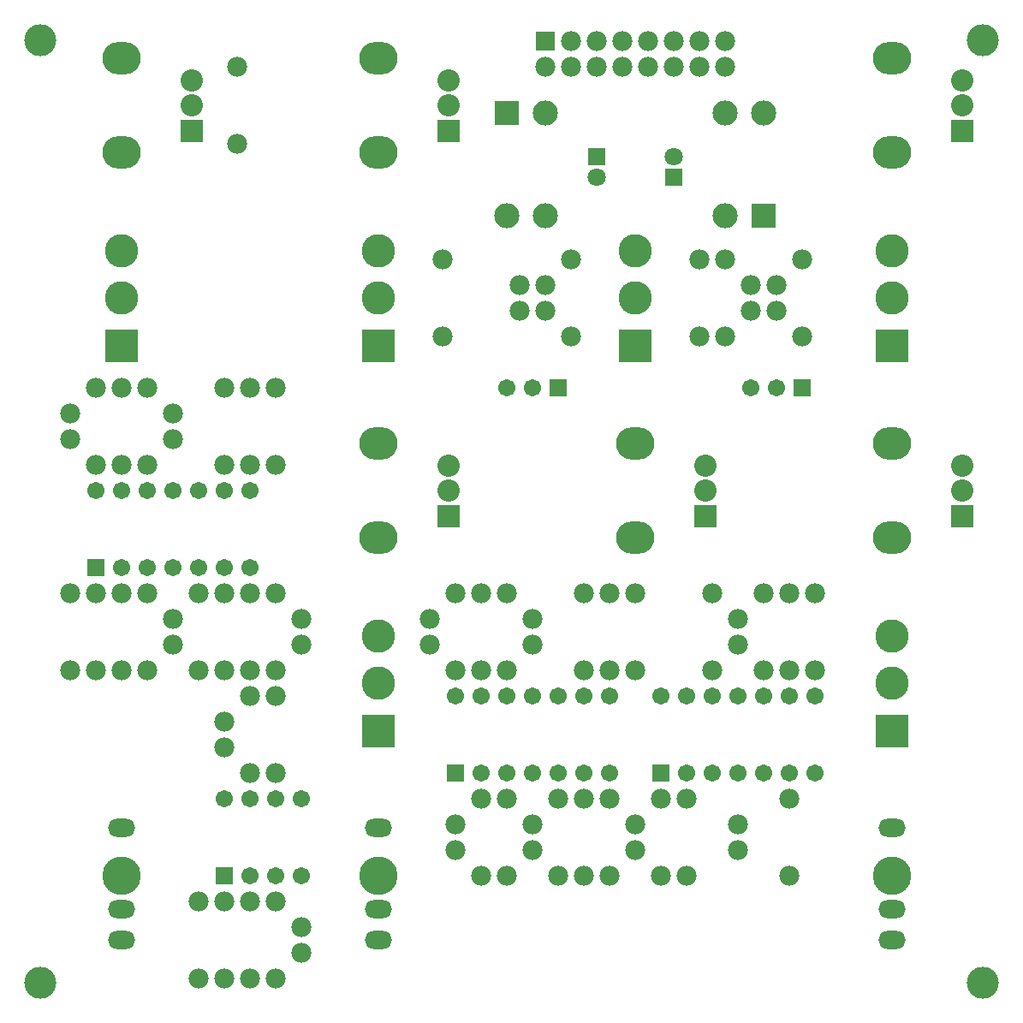
<source format=gbr>
G04 DipTrace 3.2.0.1*
G04 TopMask.gbr*
%MOIN*%
G04 #@! TF.FileFunction,Soldermask,Top*
G04 #@! TF.Part,Single*
%ADD36C,0.149606*%
%ADD37C,0.125*%
%ADD51C,0.130047*%
%ADD53R,0.130047X0.130047*%
%ADD55O,0.149732X0.12611*%
%ADD57R,0.08674X0.08674*%
%ADD59C,0.08674*%
%ADD61C,0.067055*%
%ADD63R,0.067055X0.067055*%
%ADD65O,0.106425X0.070992*%
%ADD67R,0.078X0.078*%
%ADD69C,0.098*%
%ADD71C,0.098*%
%ADD73R,0.098X0.098*%
%ADD75C,0.070992*%
%ADD77R,0.070992X0.070992*%
%ADD79C,0.078*%
%FSLAX26Y26*%
G04*
G70*
G90*
G75*
G01*
G04 TopMask*
%LPD*%
D79*
X1544000Y1844000D3*
Y1944000D3*
X2144000Y1044000D3*
Y1144000D3*
X644000Y2744000D3*
Y2644000D3*
X2844000Y1044000D3*
Y1144000D3*
X2044000Y1944000D3*
Y1844000D3*
X3394000Y3244000D3*
Y3144000D3*
X2494000Y3244000D3*
Y3144000D3*
X1044000Y2744000D3*
Y2644000D3*
X3294000Y3144000D3*
Y3244000D3*
X2394000Y3144000D3*
Y3244000D3*
X1044000Y1944000D3*
Y1844000D3*
X1544000Y644000D3*
Y744000D3*
X1244000Y1444000D3*
Y1544000D3*
X3244000Y1944000D3*
Y1844000D3*
X2444000Y1144000D3*
Y1044000D3*
Y1944000D3*
Y1844000D3*
X3244000Y1144000D3*
Y1044000D3*
D77*
X2994000Y3666000D3*
D75*
Y3744000D3*
D77*
X2694000D3*
D75*
Y3666000D3*
D73*
X3344000Y3516000D3*
D71*
Y3916000D3*
D73*
X2344000D3*
D71*
Y3516000D3*
D69*
X3194000D3*
Y3916000D3*
X2494000Y3516000D3*
Y3916000D3*
D79*
X2594000Y4194000D3*
X2694000D3*
X2794000D3*
X2894000D3*
X2994000D3*
X3094000D3*
X3194000D3*
Y4094000D3*
X3094000D3*
X2994000D3*
X2894000D3*
X2794000D3*
X2694000D3*
X2594000D3*
X2494000D3*
D67*
Y4194000D3*
D65*
X1844000Y1132976D3*
Y814079D3*
Y695969D3*
D36*
Y944000D3*
D65*
X3844000Y1132976D3*
Y814079D3*
Y695969D3*
D36*
Y944000D3*
D65*
X844000Y1132976D3*
Y814079D3*
Y695969D3*
D36*
Y944000D3*
D63*
X3494000Y2844000D3*
D61*
X3394000D3*
X3294000D3*
D63*
X2544000D3*
D61*
X2444000D3*
X2344000D3*
D79*
X844000Y2044000D3*
Y1744000D3*
X944000D3*
Y2044000D3*
X744000D3*
Y1744000D3*
X1344000Y2044000D3*
Y1744000D3*
X1444000Y2044000D3*
Y1744000D3*
X2244000Y1244000D3*
Y944000D3*
X644000Y2044000D3*
Y1744000D3*
X1244000D3*
Y2044000D3*
X1144000D3*
Y1744000D3*
X1444000Y1344000D3*
Y1644000D3*
X744000Y2844000D3*
Y2544000D3*
X1444000D3*
Y2844000D3*
X1344000D3*
Y2544000D3*
Y1344000D3*
Y1644000D3*
X844000Y2544000D3*
Y2844000D3*
X944000Y2544000D3*
Y2844000D3*
X2094000Y3044000D3*
Y3344000D3*
X2644000Y1744000D3*
Y2044000D3*
X2744000Y944000D3*
Y1244000D3*
X2344000Y944000D3*
Y1244000D3*
X1244000Y2544000D3*
Y2844000D3*
X2644000Y1244000D3*
Y944000D3*
X2544000Y1244000D3*
Y944000D3*
X3194000Y3344000D3*
Y3044000D3*
X3094000D3*
Y3344000D3*
X2144000Y2044000D3*
Y1744000D3*
X2744000D3*
Y2044000D3*
X2844000D3*
Y1744000D3*
X2244000D3*
Y2044000D3*
X2344000Y1744000D3*
Y2044000D3*
X1244000Y844000D3*
Y544000D3*
X1144000Y844000D3*
Y544000D3*
X3444000Y1244000D3*
Y944000D3*
X3494000Y3344000D3*
Y3044000D3*
X1444000Y844000D3*
Y544000D3*
X1344000Y844000D3*
Y544000D3*
X3544000Y2044000D3*
Y1744000D3*
X2594000Y3344000D3*
Y3044000D3*
X3044000Y944000D3*
Y1244000D3*
X1294000Y3794000D3*
Y4094000D3*
X2944000Y1244000D3*
Y944000D3*
X3444000Y1744000D3*
Y2044000D3*
X3344000D3*
Y1744000D3*
X3144000D3*
Y2044000D3*
D59*
X1119591Y4042425D3*
Y3944000D3*
D57*
Y3845575D3*
D55*
X844000Y3760929D3*
Y4127071D3*
D59*
X2119591Y2542425D3*
Y2444000D3*
D57*
Y2345575D3*
D55*
X1844000Y2260929D3*
Y2627071D3*
D59*
X2119591Y4042425D3*
Y3944000D3*
D57*
Y3845575D3*
D55*
X1844000Y3760929D3*
Y4127071D3*
D59*
X3119591Y2542425D3*
Y2444000D3*
D57*
Y2345575D3*
D55*
X2844000Y2260929D3*
Y2627071D3*
D59*
X4119591Y2542425D3*
Y2444000D3*
D57*
Y2345575D3*
D55*
X3844000Y2260929D3*
Y2627071D3*
D59*
X4119591Y4042425D3*
Y3944000D3*
D57*
Y3845575D3*
D55*
X3844000Y3760929D3*
Y4127071D3*
D53*
X844000Y3008961D3*
D51*
Y3194000D3*
Y3379039D3*
D53*
X1844000Y3008961D3*
D51*
Y3194000D3*
Y3379039D3*
D53*
X2844000Y3008961D3*
D51*
Y3194000D3*
Y3379039D3*
D53*
X3844000Y3008961D3*
D51*
Y3194000D3*
Y3379039D3*
D53*
X1844000Y1508961D3*
D51*
Y1694000D3*
Y1879039D3*
D53*
X3844000Y1508961D3*
D51*
Y1694000D3*
Y1879039D3*
D63*
X744000Y2144000D3*
D61*
X844000D3*
X944000D3*
X1044000D3*
X1144000D3*
X1244000D3*
X1344000D3*
Y2444000D3*
X1244000D3*
X1144000D3*
X1044000D3*
X944000D3*
X844000D3*
X744000D3*
D63*
X2144000Y1344000D3*
D61*
X2244000D3*
X2344000D3*
X2444000D3*
X2544000D3*
X2644000D3*
X2744000D3*
Y1644000D3*
X2644000D3*
X2544000D3*
X2444000D3*
X2344000D3*
X2244000D3*
X2144000D3*
D63*
X2944000Y1344000D3*
D61*
X3044000D3*
X3144000D3*
X3244000D3*
X3344000D3*
X3444000D3*
X3544000D3*
Y1644000D3*
X3444000D3*
X3344000D3*
X3244000D3*
X3144000D3*
X3044000D3*
X2944000D3*
D63*
X1244000Y944000D3*
D61*
X1344000D3*
X1444000D3*
X1544000D3*
Y1244000D3*
X1444000D3*
X1344000D3*
X1244000D3*
D37*
X529000Y4199000D3*
X4199000D3*
Y529000D3*
X529000D3*
M02*

</source>
